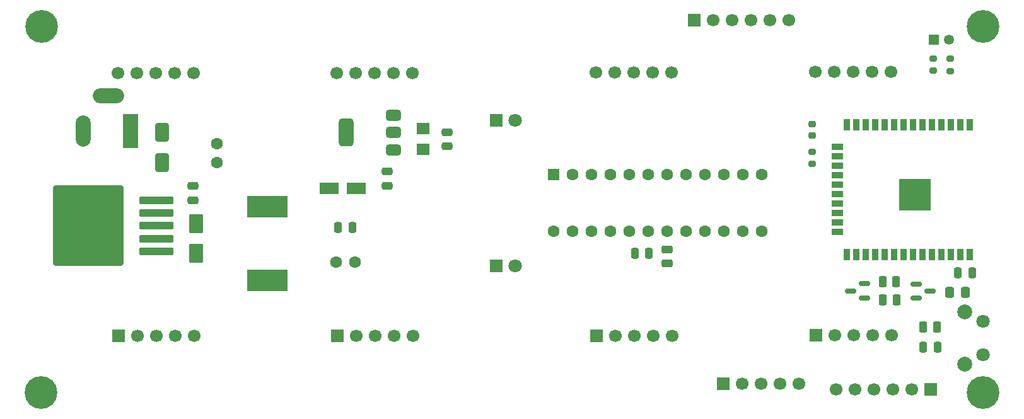
<source format=gbr>
%TF.GenerationSoftware,KiCad,Pcbnew,9.0.2*%
%TF.CreationDate,2025-06-20T14:11:32+05:30*%
%TF.ProjectId,clock,636c6f63-6b2e-46b6-9963-61645f706362,rev?*%
%TF.SameCoordinates,Original*%
%TF.FileFunction,Soldermask,Bot*%
%TF.FilePolarity,Negative*%
%FSLAX46Y46*%
G04 Gerber Fmt 4.6, Leading zero omitted, Abs format (unit mm)*
G04 Created by KiCad (PCBNEW 9.0.2) date 2025-06-20 14:11:32*
%MOMM*%
%LPD*%
G01*
G04 APERTURE LIST*
G04 Aperture macros list*
%AMRoundRect*
0 Rectangle with rounded corners*
0 $1 Rounding radius*
0 $2 $3 $4 $5 $6 $7 $8 $9 X,Y pos of 4 corners*
0 Add a 4 corners polygon primitive as box body*
4,1,4,$2,$3,$4,$5,$6,$7,$8,$9,$2,$3,0*
0 Add four circle primitives for the rounded corners*
1,1,$1+$1,$2,$3*
1,1,$1+$1,$4,$5*
1,1,$1+$1,$6,$7*
1,1,$1+$1,$8,$9*
0 Add four rect primitives between the rounded corners*
20,1,$1+$1,$2,$3,$4,$5,0*
20,1,$1+$1,$4,$5,$6,$7,0*
20,1,$1+$1,$6,$7,$8,$9,0*
20,1,$1+$1,$8,$9,$2,$3,0*%
G04 Aperture macros list end*
%ADD10C,1.700000*%
%ADD11R,1.700000X1.700000*%
%ADD12R,5.400000X2.900000*%
%ADD13R,1.350000X1.350000*%
%ADD14C,1.350000*%
%ADD15C,0.700000*%
%ADD16C,4.400000*%
%ADD17R,1.800000X1.800000*%
%ADD18C,1.800000*%
%ADD19RoundRect,0.250000X1.050000X0.550000X-1.050000X0.550000X-1.050000X-0.550000X1.050000X-0.550000X0*%
%ADD20RoundRect,0.200000X-0.275000X0.200000X-0.275000X-0.200000X0.275000X-0.200000X0.275000X0.200000X0*%
%ADD21RoundRect,0.250000X0.250000X0.475000X-0.250000X0.475000X-0.250000X-0.475000X0.250000X-0.475000X0*%
%ADD22R,1.800000X1.600000*%
%ADD23R,0.900000X1.500000*%
%ADD24R,1.500000X0.900000*%
%ADD25C,0.600000*%
%ADD26R,4.200000X4.200000*%
%ADD27C,2.000000*%
%ADD28RoundRect,0.375000X0.625000X0.375000X-0.625000X0.375000X-0.625000X-0.375000X0.625000X-0.375000X0*%
%ADD29RoundRect,0.500000X0.500000X1.400000X-0.500000X1.400000X-0.500000X-1.400000X0.500000X-1.400000X0*%
%ADD30RoundRect,0.250000X-0.250000X-0.475000X0.250000X-0.475000X0.250000X0.475000X-0.250000X0.475000X0*%
%ADD31RoundRect,0.267317X-0.280683X-0.470683X0.280683X-0.470683X0.280683X0.470683X-0.280683X0.470683X0*%
%ADD32RoundRect,0.250000X-0.475000X0.250000X-0.475000X-0.250000X0.475000X-0.250000X0.475000X0.250000X0*%
%ADD33RoundRect,0.250000X-0.550000X0.550000X-0.550000X-0.550000X0.550000X-0.550000X0.550000X0.550000X0*%
%ADD34C,1.600000*%
%ADD35RoundRect,0.250000X0.475000X-0.250000X0.475000X0.250000X-0.475000X0.250000X-0.475000X-0.250000X0*%
%ADD36RoundRect,0.267317X0.280683X0.470683X-0.280683X0.470683X-0.280683X-0.470683X0.280683X-0.470683X0*%
%ADD37RoundRect,0.267317X-0.470683X0.280683X-0.470683X-0.280683X0.470683X-0.280683X0.470683X0.280683X0*%
%ADD38RoundRect,0.250000X2.050000X0.300000X-2.050000X0.300000X-2.050000X-0.300000X2.050000X-0.300000X0*%
%ADD39RoundRect,0.250002X4.449998X5.149998X-4.449998X5.149998X-4.449998X-5.149998X4.449998X-5.149998X0*%
%ADD40R,2.000000X4.600000*%
%ADD41O,2.000000X4.200000*%
%ADD42O,4.200000X2.000000*%
%ADD43RoundRect,0.250000X-0.337500X-0.475000X0.337500X-0.475000X0.337500X0.475000X-0.337500X0.475000X0*%
%ADD44RoundRect,0.218750X-0.256250X0.218750X-0.256250X-0.218750X0.256250X-0.218750X0.256250X0.218750X0*%
%ADD45RoundRect,0.250000X0.650000X-1.000000X0.650000X1.000000X-0.650000X1.000000X-0.650000X-1.000000X0*%
%ADD46RoundRect,0.260556X-0.677444X1.027444X-0.677444X-1.027444X0.677444X-1.027444X0.677444X1.027444X0*%
%ADD47RoundRect,0.150000X-0.587500X-0.150000X0.587500X-0.150000X0.587500X0.150000X-0.587500X0.150000X0*%
%ADD48RoundRect,0.150000X0.587500X0.150000X-0.587500X0.150000X-0.587500X-0.150000X0.587500X-0.150000X0*%
G04 APERTURE END LIST*
D10*
%TO.C,J5*%
X145370000Y-94230000D03*
X142830000Y-94230000D03*
X140290000Y-94230000D03*
X137750000Y-94230000D03*
X135210000Y-94230000D03*
D11*
X132670000Y-94230000D03*
%TD*%
D12*
%TO.C,L1*%
X75360000Y-129137500D03*
X75360000Y-119237500D03*
%TD*%
D13*
%TO.C,J4*%
X164850000Y-96800000D03*
D14*
X166850000Y-96800000D03*
%TD*%
D11*
%TO.C,J2*%
X136510000Y-143080000D03*
D10*
X139050000Y-143080000D03*
X141590000Y-143080000D03*
X144130000Y-143080000D03*
X146670000Y-143080000D03*
%TD*%
D15*
%TO.C,REF\u002A\u002A*%
X169820000Y-144260000D03*
X170303274Y-143093274D03*
X170303274Y-145426726D03*
X171470000Y-142610000D03*
D16*
X171470000Y-144260000D03*
D15*
X171470000Y-145910000D03*
X172636726Y-143093274D03*
X172636726Y-145426726D03*
X173120000Y-144260000D03*
%TD*%
D11*
%TO.C,U5*%
X149035000Y-136537500D03*
D10*
X151575000Y-136537500D03*
X154115000Y-136537500D03*
X156655000Y-136537500D03*
X159195000Y-136537500D03*
X159105000Y-101187500D03*
X156565000Y-101187500D03*
X154025000Y-101187500D03*
X151485000Y-101187500D03*
X148945000Y-101187500D03*
%TD*%
D17*
%TO.C,D2*%
X106060000Y-127250000D03*
D18*
X108600000Y-127250000D03*
%TD*%
D15*
%TO.C,REF\u002A\u002A*%
X43350000Y-95080000D03*
X43833274Y-93913274D03*
X43833274Y-96246726D03*
X45000000Y-93430000D03*
D16*
X45000000Y-95080000D03*
D15*
X45000000Y-96730000D03*
X46166726Y-93913274D03*
X46166726Y-96246726D03*
X46650000Y-95080000D03*
%TD*%
D11*
%TO.C,U1*%
X55360000Y-136632500D03*
D10*
X57900000Y-136632500D03*
X60440000Y-136632500D03*
X62980000Y-136632500D03*
X65520000Y-136632500D03*
X65430000Y-101282500D03*
X62890000Y-101282500D03*
X60350000Y-101282500D03*
X57810000Y-101282500D03*
X55270000Y-101282500D03*
%TD*%
D11*
%TO.C,U2*%
X84740000Y-136640000D03*
D10*
X87280000Y-136640000D03*
X89820000Y-136640000D03*
X92360000Y-136640000D03*
X94900000Y-136640000D03*
X94810000Y-101290000D03*
X92270000Y-101290000D03*
X89730000Y-101290000D03*
X87190000Y-101290000D03*
X84650000Y-101290000D03*
%TD*%
D17*
%TO.C,D1*%
X106100000Y-107680000D03*
D18*
X108640000Y-107680000D03*
%TD*%
D11*
%TO.C,U3*%
X119515000Y-136585000D03*
D10*
X122055000Y-136585000D03*
X124595000Y-136585000D03*
X127135000Y-136585000D03*
X129675000Y-136585000D03*
X129585000Y-101235000D03*
X127045000Y-101235000D03*
X124505000Y-101235000D03*
X121965000Y-101235000D03*
X119425000Y-101235000D03*
%TD*%
D15*
%TO.C,REF\u002A\u002A*%
X169780000Y-95040000D03*
X170263274Y-93873274D03*
X170263274Y-96206726D03*
X171430000Y-93390000D03*
D16*
X171430000Y-95040000D03*
D15*
X171430000Y-96690000D03*
X172596726Y-93873274D03*
X172596726Y-96206726D03*
X173080000Y-95040000D03*
%TD*%
%TO.C,REF\u002A\u002A*%
X43263274Y-144226726D03*
X43746548Y-143060000D03*
X43746548Y-145393452D03*
X44913274Y-142576726D03*
D16*
X44913274Y-144226726D03*
D15*
X44913274Y-145876726D03*
X46080000Y-143060000D03*
X46080000Y-145393452D03*
X46563274Y-144226726D03*
%TD*%
D11*
%TO.C,J3*%
X164400000Y-143800000D03*
D10*
X161860000Y-143800000D03*
X159320000Y-143800000D03*
X156780000Y-143800000D03*
X154240000Y-143800000D03*
X151700000Y-143800000D03*
%TD*%
D19*
%TO.C,C1*%
X87270000Y-116817500D03*
X83670000Y-116817500D03*
%TD*%
D20*
%TO.C,R7*%
X167040000Y-99405000D03*
X167040000Y-101055000D03*
%TD*%
D21*
%TO.C,C12*%
X126590000Y-125575000D03*
X124690000Y-125575000D03*
%TD*%
D22*
%TO.C,C5*%
X96260000Y-108787500D03*
X96260000Y-111587500D03*
%TD*%
D23*
%TO.C,U4*%
X169660000Y-125730000D03*
X168390000Y-125730000D03*
X167120000Y-125730000D03*
X165850000Y-125730000D03*
X164580000Y-125730000D03*
X163310000Y-125730000D03*
X162040000Y-125730000D03*
X160770000Y-125730000D03*
X159500000Y-125730000D03*
X158230000Y-125730000D03*
X156960000Y-125730000D03*
X155690000Y-125730000D03*
X154420000Y-125730000D03*
X153150000Y-125730000D03*
D24*
X151900000Y-122690000D03*
X151900000Y-121420000D03*
X151900000Y-120150000D03*
X151900000Y-118880000D03*
X151900000Y-117610000D03*
X151900000Y-116340000D03*
X151900000Y-115070000D03*
X151900000Y-113800000D03*
X151900000Y-112530000D03*
X151900000Y-111260000D03*
D23*
X153150000Y-108230000D03*
X154420000Y-108230000D03*
X155690000Y-108230000D03*
X156960000Y-108230000D03*
X158230000Y-108230000D03*
X159500000Y-108230000D03*
X160770000Y-108230000D03*
X162040000Y-108230000D03*
X163310000Y-108230000D03*
X164580000Y-108230000D03*
X165850000Y-108230000D03*
X167120000Y-108230000D03*
X168390000Y-108230000D03*
X169660000Y-108230000D03*
D25*
X161557500Y-119185000D03*
X163082500Y-119185000D03*
X160795000Y-118422500D03*
X162320000Y-118422500D03*
X163845000Y-118422500D03*
X161557500Y-117660000D03*
D26*
X162320000Y-117660000D03*
D25*
X163082500Y-117660000D03*
X160795000Y-116897500D03*
X162320000Y-116897500D03*
X163845000Y-116897500D03*
X161557500Y-116135000D03*
X163082500Y-116135000D03*
%TD*%
D18*
%TO.C,SW1*%
X171450000Y-134650000D03*
X171450000Y-139150000D03*
D27*
X168950000Y-133400000D03*
X168950000Y-140400000D03*
%TD*%
D28*
%TO.C,U7*%
X92230000Y-107017500D03*
X92230000Y-109317500D03*
D29*
X85930000Y-109317500D03*
D28*
X92230000Y-111617500D03*
%TD*%
D30*
%TO.C,C8*%
X168075000Y-128195000D03*
X169975000Y-128195000D03*
%TD*%
D31*
%TO.C,R3*%
X157980000Y-131800000D03*
X159800000Y-131800000D03*
%TD*%
D32*
%TO.C,C2*%
X91390000Y-114547500D03*
X91390000Y-116447500D03*
%TD*%
D33*
%TO.C,U6*%
X113750000Y-114950000D03*
D34*
X116290000Y-114950000D03*
X118830000Y-114950000D03*
X121370000Y-114950000D03*
X123910000Y-114950000D03*
X126450000Y-114950000D03*
X128990000Y-114950000D03*
X131530000Y-114950000D03*
X134070000Y-114950000D03*
X136610000Y-114950000D03*
X139150000Y-114950000D03*
X141690000Y-114950000D03*
X141690000Y-122570000D03*
X139150000Y-122570000D03*
X136610000Y-122570000D03*
X134070000Y-122570000D03*
X131530000Y-122570000D03*
X128990000Y-122570000D03*
X126450000Y-122570000D03*
X123910000Y-122570000D03*
X121370000Y-122570000D03*
X118830000Y-122570000D03*
X116290000Y-122570000D03*
X113750000Y-122570000D03*
%TD*%
%TO.C,C3*%
X68590000Y-113327500D03*
X68590000Y-110827500D03*
%TD*%
D21*
%TO.C,C11*%
X165330000Y-138170000D03*
X163430000Y-138170000D03*
%TD*%
D35*
%TO.C,C4*%
X65380000Y-118397500D03*
X65380000Y-116497500D03*
%TD*%
D36*
%TO.C,R2*%
X159750000Y-129370000D03*
X157930000Y-129370000D03*
%TD*%
D37*
%TO.C,R1*%
X129030000Y-125065000D03*
X129030000Y-126885000D03*
%TD*%
D38*
%TO.C,U8*%
X60470000Y-118447500D03*
X60470000Y-120147500D03*
X60470000Y-121847500D03*
D39*
X51320000Y-121847500D03*
D38*
X60470000Y-123547500D03*
X60470000Y-125247500D03*
%TD*%
D31*
%TO.C,R4*%
X163430000Y-135450000D03*
X165250000Y-135450000D03*
%TD*%
D21*
%TO.C,C10*%
X86750000Y-122100000D03*
X84850000Y-122100000D03*
%TD*%
D40*
%TO.C,J1*%
X56940000Y-109150000D03*
D41*
X50640000Y-109150000D03*
D42*
X54040000Y-104350000D03*
%TD*%
D34*
%TO.C,C9*%
X87100000Y-126700000D03*
X84600000Y-126700000D03*
%TD*%
D43*
%TO.C,C7*%
X166962500Y-130800000D03*
X169037500Y-130800000D03*
%TD*%
D44*
%TO.C,D5*%
X148450000Y-108155000D03*
X148450000Y-109730000D03*
%TD*%
D32*
%TO.C,C6*%
X99500000Y-109257500D03*
X99500000Y-111157500D03*
%TD*%
D45*
%TO.C,D3*%
X61230000Y-113317500D03*
X61230000Y-109317500D03*
%TD*%
D46*
%TO.C,D4*%
X65800000Y-121557500D03*
X65800000Y-125557500D03*
%TD*%
D20*
%TO.C,R6*%
X164730000Y-99365000D03*
X164730000Y-101015000D03*
%TD*%
D47*
%TO.C,Q1*%
X162470000Y-131580000D03*
X162470000Y-129680000D03*
X164345000Y-130630000D03*
%TD*%
D48*
%TO.C,Q2*%
X155487500Y-129637500D03*
X155487500Y-131537500D03*
X153612500Y-130587500D03*
%TD*%
D20*
%TO.C,R5*%
X148480000Y-111865000D03*
X148480000Y-113515000D03*
%TD*%
M02*

</source>
